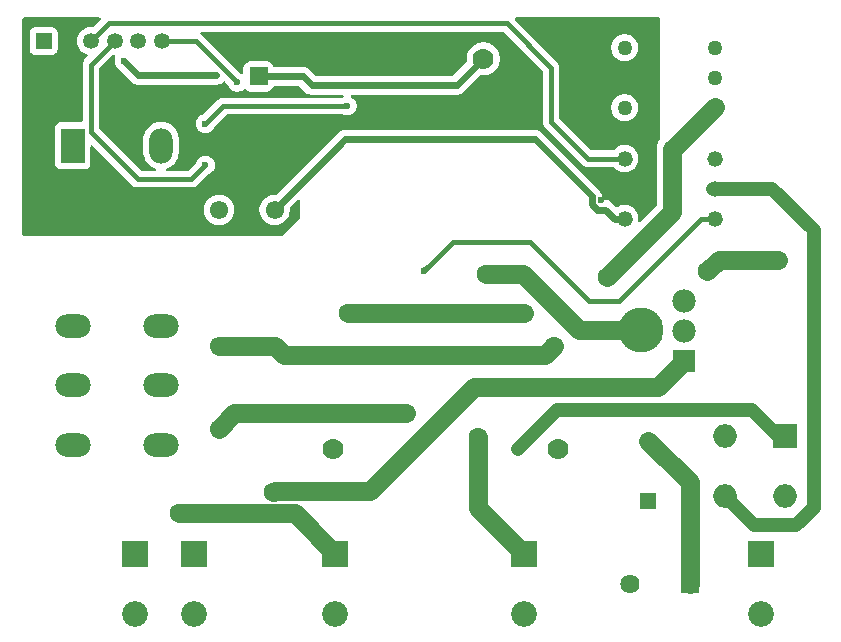
<source format=gbr>
%TF.GenerationSoftware,KiCad,Pcbnew,9.0.6-9.0.6~ubuntu24.04.1*%
%TF.CreationDate,2025-12-21T14:01:53+01:00*%
%TF.ProjectId,hv_board,68765f62-6f61-4726-942e-6b696361645f,rev?*%
%TF.SameCoordinates,Original*%
%TF.FileFunction,Copper,L2,Bot*%
%TF.FilePolarity,Positive*%
%FSLAX46Y46*%
G04 Gerber Fmt 4.6, Leading zero omitted, Abs format (unit mm)*
G04 Created by KiCad (PCBNEW 9.0.6-9.0.6~ubuntu24.04.1) date 2025-12-21 14:01:53*
%MOMM*%
%LPD*%
G01*
G04 APERTURE LIST*
G04 Aperture macros list*
%AMRoundRect*
0 Rectangle with rounded corners*
0 $1 Rounding radius*
0 $2 $3 $4 $5 $6 $7 $8 $9 X,Y pos of 4 corners*
0 Add a 4 corners polygon primitive as box body*
4,1,4,$2,$3,$4,$5,$6,$7,$8,$9,$2,$3,0*
0 Add four circle primitives for the rounded corners*
1,1,$1+$1,$2,$3*
1,1,$1+$1,$4,$5*
1,1,$1+$1,$6,$7*
1,1,$1+$1,$8,$9*
0 Add four rect primitives between the rounded corners*
20,1,$1+$1,$2,$3,$4,$5,0*
20,1,$1+$1,$4,$5,$6,$7,0*
20,1,$1+$1,$6,$7,$8,$9,0*
20,1,$1+$1,$8,$9,$2,$3,0*%
G04 Aperture macros list end*
%TA.AperFunction,ComponentPad*%
%ADD10C,1.549400*%
%TD*%
%TA.AperFunction,ComponentPad*%
%ADD11C,1.320800*%
%TD*%
%TA.AperFunction,ComponentPad*%
%ADD12R,1.625600X1.625600*%
%TD*%
%TA.AperFunction,ComponentPad*%
%ADD13C,1.625600*%
%TD*%
%TA.AperFunction,ComponentPad*%
%ADD14R,2.000000X2.000000*%
%TD*%
%TA.AperFunction,ComponentPad*%
%ADD15O,2.000000X2.000000*%
%TD*%
%TA.AperFunction,ComponentPad*%
%ADD16C,3.810000*%
%TD*%
%TA.AperFunction,ComponentPad*%
%ADD17C,1.270000*%
%TD*%
%TA.AperFunction,ComponentPad*%
%ADD18R,2.175000X2.175000*%
%TD*%
%TA.AperFunction,ComponentPad*%
%ADD19C,2.175000*%
%TD*%
%TA.AperFunction,ComponentPad*%
%ADD20O,3.000000X2.000000*%
%TD*%
%TA.AperFunction,ComponentPad*%
%ADD21R,2.000000X3.000000*%
%TD*%
%TA.AperFunction,ComponentPad*%
%ADD22O,2.000000X3.000000*%
%TD*%
%TA.AperFunction,ComponentPad*%
%ADD23R,1.980000X1.980000*%
%TD*%
%TA.AperFunction,ComponentPad*%
%ADD24C,1.980000*%
%TD*%
%TA.AperFunction,ComponentPad*%
%ADD25RoundRect,0.250000X0.550000X-0.550000X0.550000X0.550000X-0.550000X0.550000X-0.550000X-0.550000X0*%
%TD*%
%TA.AperFunction,ComponentPad*%
%ADD26C,1.600000*%
%TD*%
%TA.AperFunction,ComponentPad*%
%ADD27C,1.778000*%
%TD*%
%TA.AperFunction,ComponentPad*%
%ADD28R,1.473200X1.473200*%
%TD*%
%TA.AperFunction,ComponentPad*%
%ADD29C,1.473200*%
%TD*%
%TA.AperFunction,ComponentPad*%
%ADD30R,1.350000X1.350000*%
%TD*%
%TA.AperFunction,ComponentPad*%
%ADD31C,1.350000*%
%TD*%
%TA.AperFunction,ViaPad*%
%ADD32C,0.600000*%
%TD*%
%TA.AperFunction,ViaPad*%
%ADD33C,1.600000*%
%TD*%
%TA.AperFunction,ViaPad*%
%ADD34C,1.200000*%
%TD*%
%TA.AperFunction,Conductor*%
%ADD35C,0.600000*%
%TD*%
%TA.AperFunction,Conductor*%
%ADD36C,1.600000*%
%TD*%
%TA.AperFunction,Conductor*%
%ADD37C,1.200000*%
%TD*%
%TA.AperFunction,Conductor*%
%ADD38C,0.400000*%
%TD*%
G04 APERTURE END LIST*
D10*
%TO.P,U2,1,1*%
%TO.N,COFFEE_RELAY_L*%
X131649500Y-87309100D03*
%TO.P,U2,2,2*%
%TO.N,230V_L*%
X131649500Y-80298700D03*
%TO.P,U2,3,3*%
%TO.N,12V*%
X136349500Y-68792500D03*
%TO.P,U2,4,4*%
%TO.N,Net-(Q2-D)*%
X131650500Y-68792500D03*
%TD*%
D11*
%TO.P,U5,1*%
%TO.N,Net-(R7-Pad2)*%
X173610000Y-69540000D03*
%TO.P,U5,2*%
%TO.N,Net-(D1--)*%
X173610000Y-67000000D03*
%TO.P,U5,3*%
%TO.N,unconnected-(U5-Pad3)*%
X173610000Y-64460000D03*
%TO.P,U5,4*%
%TO.N,PIN3*%
X165990000Y-64460000D03*
%TO.P,U5,5*%
%TO.N,GND*%
X165990000Y-67000000D03*
%TO.P,U5,6*%
%TO.N,12V*%
X165990000Y-69540000D03*
%TD*%
D12*
%TO.P,F1,1,1*%
%TO.N,230V_L*%
X171500000Y-100500000D03*
D13*
%TO.P,F1,2,2*%
%TO.N,Net-(U1-ACL)*%
X166420000Y-100500000D03*
%TD*%
D14*
%TO.P,D1,1,+*%
%TO.N,Net-(D1-+)*%
X179545000Y-87975000D03*
D15*
%TO.P,D1,2*%
%TO.N,Net-(D1-Pad2)*%
X174465000Y-87975000D03*
%TO.P,D1,3,-*%
%TO.N,Net-(D1--)*%
X174465000Y-93055000D03*
%TO.P,D1,4*%
%TO.N,Net-(D1-Pad4)*%
X179545000Y-93055000D03*
%TD*%
D16*
%TO.P,H1,1,1*%
%TO.N,COFFEE_RELAY_L*%
X167400000Y-79000000D03*
%TD*%
D17*
%TO.P,U7,1*%
%TO.N,Net-(R8-Pad2)*%
X165990000Y-55060000D03*
%TO.P,U7,2*%
%TO.N,GND*%
X165990000Y-57600000D03*
%TO.P,U7,3,NC*%
%TO.N,unconnected-(U7-NC-Pad3)*%
X165990000Y-60140000D03*
%TO.P,U7,4*%
%TO.N,Net-(Q3-G)*%
X173610000Y-60140000D03*
%TO.P,U7,5,NC*%
%TO.N,unconnected-(U7-NC-Pad5)*%
X173610000Y-57600000D03*
%TO.P,U7,6*%
%TO.N,Net-(R9-Pad1)*%
X173610000Y-55060000D03*
%TD*%
D18*
%TO.P,FA1,1,1*%
%TO.N,Net-(F2-Pad1)*%
X177500000Y-97900000D03*
D19*
%TO.P,FA1,2,2*%
X177500000Y-103000000D03*
%TD*%
D18*
%TO.P,FA11,1,1*%
%TO.N,Net-(FA11-Pad1)*%
X124500000Y-97900000D03*
D19*
%TO.P,FA11,2,2*%
X124500000Y-103000000D03*
%TD*%
D20*
%TO.P,K1,11*%
%TO.N,230V_L*%
X126750000Y-83650000D03*
X119250000Y-83650000D03*
%TO.P,K1,12*%
%TO.N,unconnected-(K1-Pad12)*%
X126750000Y-78610000D03*
X119250000Y-78610000D03*
%TO.P,K1,14*%
%TO.N,Net-(FA11-Pad1)*%
X126750000Y-88690000D03*
X119250000Y-88690000D03*
D21*
%TO.P,K1,A1*%
%TO.N,Net-(Q1-D)*%
X119250000Y-63350000D03*
D22*
%TO.P,K1,A2*%
%TO.N,12V*%
X126750000Y-63350000D03*
%TD*%
D18*
%TO.P,FA4,1,1*%
%TO.N,230V_N*%
X157500000Y-97900000D03*
D19*
%TO.P,FA4,2,2*%
X157500000Y-103000000D03*
%TD*%
D23*
%TO.P,Q3,1,A1*%
%TO.N,Net-(Q3-A1)*%
X171000000Y-81600000D03*
D24*
%TO.P,Q3,2,A2*%
%TO.N,COFFEE_RELAY_L*%
X171000000Y-79050000D03*
%TO.P,Q3,3,G*%
%TO.N,Net-(Q3-G)*%
X171000000Y-76500000D03*
%TD*%
D18*
%TO.P,FA10,1,1*%
%TO.N,Net-(Q3-A1)*%
X129500000Y-97900000D03*
D19*
%TO.P,FA10,2,2*%
X129500000Y-103000000D03*
%TD*%
D25*
%TO.P,C3,1*%
%TO.N,Net-(U1-+VOUT)*%
X135000000Y-57500000D03*
D26*
%TO.P,C3,2*%
%TO.N,GND*%
X135000000Y-55000000D03*
%TD*%
D18*
%TO.P,FA7,1,1*%
%TO.N,COFFEE_RELAY_L*%
X141500000Y-97900000D03*
D19*
%TO.P,FA7,2,2*%
X141500000Y-103000000D03*
%TD*%
D27*
%TO.P,U1,1,ACN*%
%TO.N,230V_N*%
X141340000Y-89010000D03*
%TO.P,U1,2,ACL*%
%TO.N,Net-(U1-ACL)*%
X160390000Y-89010000D03*
%TO.P,U1,3,-VOUT*%
%TO.N,GND*%
X141340000Y-55990000D03*
%TO.P,U1,4,+VOUT*%
%TO.N,Net-(U1-+VOUT)*%
X154040000Y-55990000D03*
%TD*%
D28*
%TO.P,F2,1,1*%
%TO.N,Net-(F2-Pad1)*%
X168000000Y-93405000D03*
D29*
%TO.P,F2,2,2*%
%TO.N,230V_L*%
X168000000Y-88325000D03*
%TD*%
D30*
%TO.P,J6,1,Pin_1*%
%TO.N,12V*%
X116800000Y-54500000D03*
D31*
%TO.P,J6,2,Pin_2*%
%TO.N,GND*%
X118800000Y-54500000D03*
%TO.P,J6,3,Pin_3*%
%TO.N,PIN3*%
X120800000Y-54500000D03*
%TO.P,J6,4,Pin_4*%
%TO.N,PIN4*%
X122800000Y-54500000D03*
%TO.P,J6,5,Pin_5*%
%TO.N,PIN5*%
X124800000Y-54500000D03*
%TO.P,J6,6,Pin_6*%
%TO.N,PIN6*%
X126800000Y-54500000D03*
%TD*%
D32*
%TO.N,GND*%
X119500000Y-68000000D03*
X123502872Y-68000000D03*
X164000000Y-68000000D03*
X122000000Y-60600000D03*
X168000000Y-68000000D03*
%TO.N,Net-(U1-+VOUT)*%
X131400000Y-57400000D03*
X123600000Y-56200000D03*
D33*
%TO.N,230V_L*%
X179000000Y-73000000D03*
X160000000Y-80300000D03*
X173000000Y-74000000D03*
%TO.N,230V_N*%
X142610000Y-77500000D03*
X153600000Y-88000000D03*
X157500000Y-77500000D03*
%TO.N,COFFEE_RELAY_L*%
X128250000Y-94500000D03*
X154250000Y-74250000D03*
X147500000Y-86000000D03*
D34*
%TO.N,Net-(D1-+)*%
X157000000Y-89000000D03*
D32*
%TO.N,PIN6*%
X133200000Y-58000000D03*
D33*
%TO.N,Net-(Q3-A1)*%
X136200000Y-92700000D03*
D32*
%TO.N,Net-(R7-Pad2)*%
X149000000Y-74000000D03*
%TO.N,Net-(R8-Pad2)*%
X142500000Y-60000000D03*
X130500000Y-61500000D03*
D33*
%TO.N,Net-(Q3-G)*%
X164500000Y-74500000D03*
D32*
%TO.N,PIN4*%
X130500000Y-65000000D03*
%TD*%
D35*
%TO.N,Net-(U1-+VOUT)*%
X138750000Y-57500000D02*
X139500000Y-58250000D01*
X124800000Y-57400000D02*
X131400000Y-57400000D01*
X139500000Y-58250000D02*
X151780000Y-58250000D01*
X151780000Y-58250000D02*
X154030029Y-55999971D01*
X123600000Y-56200000D02*
X124800000Y-57400000D01*
X135000000Y-57500000D02*
X138750000Y-57500000D01*
D36*
%TO.N,230V_L*%
X171500000Y-91825000D02*
X168000000Y-88325000D01*
X137124200Y-81073400D02*
X159226600Y-81073400D01*
X136349500Y-80298700D02*
X137124200Y-81073400D01*
X131649500Y-80298700D02*
X136349500Y-80298700D01*
X179000000Y-73000000D02*
X174000000Y-73000000D01*
X171500000Y-100500000D02*
X171500000Y-91825000D01*
X174000000Y-73000000D02*
X173000000Y-74000000D01*
X159226600Y-81073400D02*
X160000000Y-80300000D01*
%TO.N,230V_N*%
X142610000Y-77500000D02*
X157500000Y-77500000D01*
X153600000Y-94000000D02*
X157500000Y-97900000D01*
X153600000Y-88000000D02*
X153600000Y-94000000D01*
%TO.N,COFFEE_RELAY_L*%
X138100000Y-94500000D02*
X141500000Y-97900000D01*
X157362684Y-74250000D02*
X162112684Y-79000000D01*
X162112684Y-79000000D02*
X167400000Y-79000000D01*
X128250000Y-94500000D02*
X138100000Y-94500000D01*
X157362684Y-74250000D02*
X154250000Y-74250000D01*
X131649500Y-87309100D02*
X132958600Y-86000000D01*
X132958600Y-86000000D02*
X147500000Y-86000000D01*
D37*
%TO.N,Net-(D1-+)*%
X160250000Y-85750000D02*
X157000000Y-89000000D01*
X179545000Y-87975000D02*
X178975000Y-87975000D01*
X176750000Y-85750000D02*
X163250000Y-85750000D01*
X163250000Y-85750000D02*
X160250000Y-85750000D01*
X178975000Y-87975000D02*
X177000000Y-86000000D01*
X177000000Y-86000000D02*
X176750000Y-85750000D01*
%TO.N,Net-(D1--)*%
X182000000Y-94000000D02*
X182000000Y-93500000D01*
X173500000Y-67000000D02*
X178500000Y-67000000D01*
X182000000Y-70500000D02*
X182000000Y-78000000D01*
X182000000Y-78000000D02*
X182000000Y-93500000D01*
X174465000Y-93055000D02*
X176910000Y-95500000D01*
X178500000Y-67000000D02*
X182000000Y-70500000D01*
X180500000Y-95500000D02*
X182000000Y-94000000D01*
X176910000Y-95500000D02*
X180500000Y-95500000D01*
D38*
%TO.N,PIN6*%
X133200000Y-58000000D02*
X129700000Y-54500000D01*
X129700000Y-54500000D02*
X126800000Y-54500000D01*
D36*
%TO.N,Net-(Q3-A1)*%
X144400000Y-92600000D02*
X153200000Y-83800000D01*
X168800000Y-83800000D02*
X171000000Y-81600000D01*
X136299000Y-92700000D02*
X136399000Y-92600000D01*
X136399000Y-92600000D02*
X144400000Y-92600000D01*
X136200000Y-92700000D02*
X136299000Y-92700000D01*
X153200000Y-83800000D02*
X168800000Y-83800000D01*
D38*
%TO.N,Net-(R7-Pad2)*%
X163001000Y-76501000D02*
X158000000Y-71500000D01*
X165499000Y-76501000D02*
X163001000Y-76501000D01*
X165499000Y-76501000D02*
X172460000Y-69540000D01*
X151500000Y-71500000D02*
X149000000Y-74000000D01*
X172460000Y-69540000D02*
X173610000Y-69540000D01*
X158000000Y-71500000D02*
X151500000Y-71500000D01*
%TO.N,Net-(R8-Pad2)*%
X142500000Y-60000000D02*
X132000000Y-60000000D01*
X132000000Y-60000000D02*
X130500000Y-61500000D01*
D35*
%TO.N,12V*%
X163233607Y-67633607D02*
X158400000Y-62800000D01*
X163199000Y-68331786D02*
X163199000Y-67668214D01*
X163199000Y-67668214D02*
X163233607Y-67633607D01*
X163668214Y-68801000D02*
X163199000Y-68331786D01*
X165140000Y-69540000D02*
X164366393Y-68766393D01*
X164331786Y-68801000D02*
X163668214Y-68801000D01*
X158400000Y-62800000D02*
X142342000Y-62800000D01*
X165990000Y-69540000D02*
X165140000Y-69540000D01*
X164366393Y-68766393D02*
X164331786Y-68801000D01*
X142342000Y-62800000D02*
X136349500Y-68792500D01*
D36*
%TO.N,Net-(Q3-G)*%
X170000000Y-63600000D02*
X170090000Y-63600000D01*
X164500000Y-74500000D02*
X170000000Y-69000000D01*
X170000000Y-69000000D02*
X170000000Y-63600000D01*
X170090000Y-63600000D02*
X173610000Y-60080000D01*
D38*
%TO.N,PIN3*%
X156000000Y-53000000D02*
X159750000Y-56750000D01*
X159750000Y-61350000D02*
X162860000Y-64460000D01*
X120800000Y-54500000D02*
X122300000Y-53000000D01*
X162860000Y-64460000D02*
X165990000Y-64460000D01*
X159750000Y-56750000D02*
X159750000Y-61350000D01*
X122300000Y-53000000D02*
X156000000Y-53000000D01*
%TO.N,PIN4*%
X129300000Y-66200000D02*
X124800000Y-66200000D01*
X120800000Y-62200000D02*
X120800000Y-56500000D01*
X124800000Y-66200000D02*
X120800000Y-62200000D01*
X130500000Y-65000000D02*
X129300000Y-66200000D01*
X120800000Y-56500000D02*
X122800000Y-54500000D01*
%TD*%
%TA.AperFunction,Conductor*%
%TO.N,GND*%
G36*
X121576521Y-52520185D02*
G01*
X121622276Y-52572989D01*
X121632220Y-52642147D01*
X121603195Y-52705703D01*
X121597163Y-52712181D01*
X121016895Y-53292447D01*
X120955572Y-53325932D01*
X120909819Y-53327240D01*
X120892517Y-53324500D01*
X120892514Y-53324500D01*
X120707486Y-53324500D01*
X120667028Y-53330908D01*
X120524734Y-53353445D01*
X120348767Y-53410619D01*
X120348764Y-53410620D01*
X120183903Y-53494622D01*
X120098499Y-53556672D01*
X120034213Y-53603379D01*
X120034211Y-53603381D01*
X120034210Y-53603381D01*
X119903381Y-53734210D01*
X119903381Y-53734211D01*
X119903379Y-53734213D01*
X119872199Y-53777129D01*
X119794622Y-53883903D01*
X119710620Y-54048764D01*
X119710619Y-54048767D01*
X119653445Y-54224734D01*
X119624500Y-54407486D01*
X119624500Y-54592513D01*
X119653445Y-54775265D01*
X119710619Y-54951232D01*
X119710620Y-54951235D01*
X119778676Y-55084801D01*
X119794622Y-55116096D01*
X119903379Y-55265787D01*
X120034213Y-55396621D01*
X120183904Y-55505378D01*
X120237224Y-55532546D01*
X120348764Y-55589379D01*
X120348767Y-55589380D01*
X120436485Y-55617881D01*
X120494160Y-55657318D01*
X120521359Y-55721677D01*
X120509445Y-55790523D01*
X120485848Y-55823493D01*
X120255887Y-56053454D01*
X120179222Y-56168192D01*
X120126421Y-56295667D01*
X120126418Y-56295679D01*
X120100521Y-56425872D01*
X120100520Y-56425877D01*
X120099501Y-56430996D01*
X120099500Y-56431011D01*
X120099500Y-61225500D01*
X120079815Y-61292539D01*
X120027011Y-61338294D01*
X119975500Y-61349500D01*
X118202129Y-61349500D01*
X118202123Y-61349501D01*
X118142516Y-61355908D01*
X118007671Y-61406202D01*
X118007664Y-61406206D01*
X117892455Y-61492452D01*
X117892452Y-61492455D01*
X117806206Y-61607664D01*
X117806202Y-61607671D01*
X117755908Y-61742517D01*
X117749501Y-61802116D01*
X117749500Y-61802135D01*
X117749500Y-64897870D01*
X117749501Y-64897876D01*
X117755908Y-64957483D01*
X117806202Y-65092328D01*
X117806206Y-65092335D01*
X117892452Y-65207544D01*
X117892455Y-65207547D01*
X118007664Y-65293793D01*
X118007671Y-65293797D01*
X118142517Y-65344091D01*
X118142516Y-65344091D01*
X118149444Y-65344835D01*
X118202127Y-65350500D01*
X120297872Y-65350499D01*
X120357483Y-65344091D01*
X120492331Y-65293796D01*
X120607546Y-65207546D01*
X120693796Y-65092331D01*
X120744091Y-64957483D01*
X120750500Y-64897873D01*
X120750499Y-63440517D01*
X120770184Y-63373479D01*
X120822987Y-63327724D01*
X120892146Y-63317780D01*
X120955702Y-63346805D01*
X120962180Y-63352837D01*
X124353453Y-66744111D01*
X124353454Y-66744112D01*
X124468190Y-66820776D01*
X124566790Y-66861617D01*
X124595671Y-66873580D01*
X124595672Y-66873580D01*
X124595677Y-66873582D01*
X124622545Y-66878925D01*
X124622551Y-66878926D01*
X124622591Y-66878934D01*
X124712937Y-66896905D01*
X124731006Y-66900500D01*
X124731007Y-66900500D01*
X129368996Y-66900500D01*
X129477457Y-66878925D01*
X129504328Y-66873580D01*
X129568069Y-66847177D01*
X129631807Y-66820777D01*
X129631808Y-66820776D01*
X129631811Y-66820775D01*
X129746543Y-66744114D01*
X130694586Y-65796069D01*
X130734810Y-65769192D01*
X130789435Y-65746566D01*
X130879173Y-65709397D01*
X130879176Y-65709395D01*
X130879179Y-65709394D01*
X131010289Y-65621789D01*
X131121789Y-65510289D01*
X131209394Y-65379179D01*
X131269737Y-65233497D01*
X131300500Y-65078842D01*
X131300500Y-64921158D01*
X131300500Y-64921155D01*
X131300499Y-64921153D01*
X131295868Y-64897870D01*
X131269737Y-64766503D01*
X131215861Y-64636433D01*
X131209397Y-64620827D01*
X131209390Y-64620814D01*
X131121789Y-64489711D01*
X131121786Y-64489707D01*
X131010292Y-64378213D01*
X131010288Y-64378210D01*
X130879185Y-64290609D01*
X130879172Y-64290602D01*
X130733501Y-64230264D01*
X130733489Y-64230261D01*
X130578845Y-64199500D01*
X130578842Y-64199500D01*
X130421158Y-64199500D01*
X130421155Y-64199500D01*
X130266510Y-64230261D01*
X130266498Y-64230264D01*
X130120827Y-64290602D01*
X130120814Y-64290609D01*
X129989711Y-64378210D01*
X129989707Y-64378213D01*
X129878213Y-64489707D01*
X129878210Y-64489711D01*
X129790609Y-64620814D01*
X129790604Y-64620823D01*
X129730809Y-64765184D01*
X129703929Y-64805412D01*
X129046162Y-65463181D01*
X128984839Y-65496666D01*
X128958481Y-65499500D01*
X127311986Y-65499500D01*
X127244947Y-65479815D01*
X127199192Y-65427011D01*
X127189248Y-65357853D01*
X127218273Y-65294297D01*
X127273665Y-65257569D01*
X127325992Y-65240568D01*
X127536433Y-65133343D01*
X127727510Y-64994517D01*
X127894517Y-64827510D01*
X128033343Y-64636433D01*
X128140568Y-64425992D01*
X128213553Y-64201368D01*
X128243171Y-64014369D01*
X128250500Y-63968097D01*
X128250500Y-62731902D01*
X128213553Y-62498631D01*
X128140566Y-62274003D01*
X128084002Y-62162991D01*
X128033343Y-62063567D01*
X127894517Y-61872490D01*
X127727510Y-61705483D01*
X127536433Y-61566657D01*
X127512224Y-61554322D01*
X127325996Y-61459433D01*
X127101368Y-61386446D01*
X126868097Y-61349500D01*
X126868092Y-61349500D01*
X126631908Y-61349500D01*
X126631903Y-61349500D01*
X126398631Y-61386446D01*
X126174003Y-61459433D01*
X125963566Y-61566657D01*
X125907119Y-61607669D01*
X125772490Y-61705483D01*
X125772488Y-61705485D01*
X125772487Y-61705485D01*
X125605485Y-61872487D01*
X125605485Y-61872488D01*
X125605483Y-61872490D01*
X125551957Y-61946162D01*
X125466657Y-62063566D01*
X125359433Y-62274003D01*
X125286446Y-62498631D01*
X125249500Y-62731902D01*
X125249500Y-63968097D01*
X125286446Y-64201368D01*
X125359433Y-64425996D01*
X125423315Y-64551370D01*
X125466657Y-64636433D01*
X125605483Y-64827510D01*
X125772490Y-64994517D01*
X125963567Y-65133343D01*
X126016866Y-65160500D01*
X126174003Y-65240566D01*
X126174005Y-65240566D01*
X126174008Y-65240568D01*
X126226334Y-65257569D01*
X126284008Y-65297007D01*
X126311206Y-65361366D01*
X126299291Y-65430212D01*
X126252047Y-65481688D01*
X126188014Y-65499500D01*
X125141519Y-65499500D01*
X125074480Y-65479815D01*
X125053838Y-65463181D01*
X121536819Y-61946162D01*
X121503334Y-61884839D01*
X121500500Y-61858481D01*
X121500500Y-56841518D01*
X121520185Y-56774479D01*
X121536814Y-56753841D01*
X122583106Y-55707549D01*
X122612383Y-55691562D01*
X122641257Y-55674799D01*
X122643235Y-55674716D01*
X122644427Y-55674066D01*
X122676383Y-55671358D01*
X122683314Y-55671671D01*
X122707486Y-55675500D01*
X122768031Y-55675500D01*
X122770819Y-55675626D01*
X122801326Y-55686101D01*
X122832260Y-55695185D01*
X122834158Y-55697375D01*
X122836902Y-55698318D01*
X122856903Y-55723625D01*
X122878015Y-55747989D01*
X122878427Y-55750858D01*
X122880226Y-55753134D01*
X122883369Y-55785230D01*
X122887959Y-55817147D01*
X122886880Y-55821076D01*
X122887037Y-55822670D01*
X122885760Y-55825161D01*
X122879782Y-55846952D01*
X122830264Y-55966498D01*
X122830261Y-55966510D01*
X122799500Y-56121153D01*
X122799500Y-56278846D01*
X122830261Y-56433489D01*
X122830264Y-56433501D01*
X122890602Y-56579172D01*
X122890609Y-56579185D01*
X122978210Y-56710288D01*
X122978213Y-56710292D01*
X124173870Y-57905947D01*
X124173891Y-57905970D01*
X124289707Y-58021786D01*
X124289711Y-58021789D01*
X124420814Y-58109390D01*
X124420827Y-58109397D01*
X124566498Y-58169735D01*
X124566503Y-58169737D01*
X124566507Y-58169737D01*
X124566508Y-58169738D01*
X124721154Y-58200500D01*
X124721157Y-58200500D01*
X131478844Y-58200500D01*
X131478845Y-58200499D01*
X131633497Y-58169737D01*
X131779179Y-58109394D01*
X131910289Y-58021789D01*
X131983031Y-57949046D01*
X132044352Y-57915563D01*
X132114044Y-57920547D01*
X132158392Y-57949048D01*
X132403927Y-58194583D01*
X132430807Y-58234812D01*
X132490602Y-58379172D01*
X132490609Y-58379185D01*
X132578210Y-58510288D01*
X132578213Y-58510292D01*
X132689707Y-58621786D01*
X132689711Y-58621789D01*
X132820814Y-58709390D01*
X132820827Y-58709397D01*
X132943693Y-58760289D01*
X132966503Y-58769737D01*
X133121148Y-58800498D01*
X133121153Y-58800499D01*
X133121156Y-58800500D01*
X133121158Y-58800500D01*
X133278844Y-58800500D01*
X133278845Y-58800499D01*
X133433497Y-58769737D01*
X133579179Y-58709394D01*
X133710289Y-58621789D01*
X133747673Y-58584405D01*
X133808995Y-58550919D01*
X133878687Y-58555903D01*
X133923036Y-58584404D01*
X133981344Y-58642712D01*
X134130666Y-58734814D01*
X134297203Y-58789999D01*
X134399991Y-58800500D01*
X135600008Y-58800499D01*
X135702797Y-58789999D01*
X135869334Y-58734814D01*
X136018656Y-58642712D01*
X136142712Y-58518656D01*
X136234814Y-58369334D01*
X136234814Y-58369332D01*
X136238605Y-58363187D01*
X136240399Y-58364293D01*
X136279687Y-58319663D01*
X136345908Y-58300500D01*
X138367060Y-58300500D01*
X138434099Y-58320185D01*
X138454741Y-58336819D01*
X138878211Y-58760289D01*
X138989708Y-58871786D01*
X138989712Y-58871790D01*
X139120814Y-58959390D01*
X139120827Y-58959397D01*
X139229717Y-59004500D01*
X139266503Y-59019737D01*
X139266507Y-59019737D01*
X139266508Y-59019738D01*
X139421154Y-59050500D01*
X142077099Y-59050500D01*
X142087918Y-59053676D01*
X142099130Y-59052473D01*
X142120842Y-59063344D01*
X142144138Y-59070185D01*
X142151521Y-59078706D01*
X142161605Y-59083755D01*
X142173993Y-59104640D01*
X142189893Y-59122989D01*
X142191497Y-59134148D01*
X142197251Y-59143848D01*
X142196381Y-59168114D01*
X142199837Y-59192147D01*
X142195152Y-59202403D01*
X142194749Y-59213673D01*
X142180898Y-59233616D01*
X142170812Y-59255703D01*
X142160292Y-59263288D01*
X142154894Y-59271061D01*
X142124544Y-59289063D01*
X142122120Y-59290067D01*
X142074684Y-59299500D01*
X131931003Y-59299500D01*
X131822590Y-59321065D01*
X131822589Y-59321065D01*
X131809131Y-59323742D01*
X131795673Y-59326419D01*
X131795671Y-59326420D01*
X131742866Y-59348292D01*
X131742864Y-59348293D01*
X131742863Y-59348292D01*
X131668196Y-59379221D01*
X131668185Y-59379227D01*
X131647190Y-59393256D01*
X131636691Y-59400272D01*
X131636690Y-59400273D01*
X131553454Y-59455888D01*
X130305414Y-60703928D01*
X130265186Y-60730808D01*
X130120823Y-60790604D01*
X130120814Y-60790609D01*
X129989711Y-60878210D01*
X129989707Y-60878213D01*
X129878213Y-60989707D01*
X129878210Y-60989711D01*
X129790609Y-61120814D01*
X129790602Y-61120827D01*
X129730264Y-61266498D01*
X129730261Y-61266510D01*
X129699500Y-61421153D01*
X129699500Y-61578846D01*
X129730261Y-61733489D01*
X129730264Y-61733501D01*
X129790602Y-61879172D01*
X129790609Y-61879185D01*
X129878210Y-62010288D01*
X129878213Y-62010292D01*
X129989707Y-62121786D01*
X129989711Y-62121789D01*
X130120814Y-62209390D01*
X130120827Y-62209397D01*
X130266498Y-62269735D01*
X130266503Y-62269737D01*
X130421153Y-62300499D01*
X130421156Y-62300500D01*
X130421158Y-62300500D01*
X130578844Y-62300500D01*
X130578845Y-62300499D01*
X130733497Y-62269737D01*
X130879179Y-62209394D01*
X131010289Y-62121789D01*
X131121789Y-62010289D01*
X131209394Y-61879179D01*
X131212166Y-61872488D01*
X131269193Y-61734810D01*
X131296070Y-61694584D01*
X132253837Y-60736819D01*
X132315160Y-60703334D01*
X132341518Y-60700500D01*
X142074684Y-60700500D01*
X142122136Y-60709939D01*
X142266498Y-60769735D01*
X142266503Y-60769737D01*
X142421153Y-60800499D01*
X142421156Y-60800500D01*
X142421158Y-60800500D01*
X142578844Y-60800500D01*
X142578845Y-60800499D01*
X142733497Y-60769737D01*
X142879179Y-60709394D01*
X143010289Y-60621789D01*
X143121789Y-60510289D01*
X143209394Y-60379179D01*
X143269737Y-60233497D01*
X143300500Y-60078842D01*
X143300500Y-59921158D01*
X143300500Y-59921155D01*
X143300499Y-59921153D01*
X143291139Y-59874098D01*
X143269737Y-59766503D01*
X143243897Y-59704119D01*
X143209397Y-59620827D01*
X143209390Y-59620814D01*
X143121789Y-59489711D01*
X143121786Y-59489707D01*
X143010292Y-59378213D01*
X143010288Y-59378210D01*
X142879185Y-59290609D01*
X142879178Y-59290605D01*
X142875451Y-59289062D01*
X142821047Y-59245222D01*
X142798981Y-59178928D01*
X142816259Y-59111229D01*
X142867395Y-59063617D01*
X142922902Y-59050500D01*
X151858844Y-59050500D01*
X151858845Y-59050499D01*
X152013497Y-59019737D01*
X152159179Y-58959394D01*
X152290289Y-58871789D01*
X153758148Y-57403928D01*
X153819469Y-57370445D01*
X153865221Y-57369138D01*
X153930644Y-57379500D01*
X153930646Y-57379500D01*
X154149361Y-57379500D01*
X154254082Y-57362912D01*
X154365375Y-57345286D01*
X154573383Y-57277701D01*
X154768257Y-57178407D01*
X154924128Y-57065161D01*
X154945193Y-57049857D01*
X154945195Y-57049854D01*
X154945199Y-57049852D01*
X155099852Y-56895199D01*
X155099854Y-56895195D01*
X155099857Y-56895193D01*
X155171050Y-56797203D01*
X155228407Y-56718257D01*
X155327701Y-56523383D01*
X155395286Y-56315375D01*
X155414272Y-56195500D01*
X155429500Y-56099361D01*
X155429500Y-55880638D01*
X155408944Y-55750858D01*
X155395286Y-55664625D01*
X155343544Y-55505377D01*
X155327702Y-55456619D01*
X155327701Y-55456616D01*
X155261097Y-55325901D01*
X155228407Y-55261743D01*
X155200169Y-55222876D01*
X155099857Y-55084806D01*
X154945193Y-54930142D01*
X154768260Y-54801595D01*
X154768259Y-54801594D01*
X154768257Y-54801593D01*
X154705825Y-54769782D01*
X154573383Y-54702298D01*
X154573380Y-54702297D01*
X154365376Y-54634714D01*
X154149361Y-54600500D01*
X154149356Y-54600500D01*
X153930644Y-54600500D01*
X153930639Y-54600500D01*
X153714623Y-54634714D01*
X153506619Y-54702297D01*
X153506616Y-54702298D01*
X153311739Y-54801595D01*
X153134806Y-54930142D01*
X152980142Y-55084806D01*
X152851595Y-55261739D01*
X152752298Y-55456616D01*
X152752297Y-55456619D01*
X152684714Y-55664623D01*
X152650500Y-55880638D01*
X152650500Y-56099361D01*
X152660860Y-56164774D01*
X152651905Y-56234067D01*
X152626068Y-56271852D01*
X151484741Y-57413181D01*
X151423418Y-57446666D01*
X151397060Y-57449500D01*
X139882940Y-57449500D01*
X139815901Y-57429815D01*
X139795259Y-57413181D01*
X139260292Y-56878213D01*
X139260288Y-56878210D01*
X139129185Y-56790609D01*
X139129172Y-56790602D01*
X138983501Y-56730264D01*
X138983489Y-56730261D01*
X138828845Y-56699500D01*
X138828842Y-56699500D01*
X136345908Y-56699500D01*
X136278869Y-56679815D01*
X136240363Y-56635728D01*
X136238605Y-56636813D01*
X136234812Y-56630663D01*
X136142712Y-56481344D01*
X136018656Y-56357288D01*
X135891474Y-56278842D01*
X135869336Y-56265187D01*
X135869331Y-56265185D01*
X135867862Y-56264698D01*
X135702797Y-56210001D01*
X135702795Y-56210000D01*
X135600010Y-56199500D01*
X134399998Y-56199500D01*
X134399981Y-56199501D01*
X134297203Y-56210000D01*
X134297200Y-56210001D01*
X134130668Y-56265185D01*
X134130663Y-56265187D01*
X133981342Y-56357289D01*
X133857289Y-56481342D01*
X133765187Y-56630663D01*
X133765187Y-56630664D01*
X133765186Y-56630666D01*
X133710001Y-56797203D01*
X133710001Y-56797204D01*
X133710000Y-56797204D01*
X133699500Y-56899983D01*
X133699500Y-57154865D01*
X133690257Y-57186341D01*
X133682142Y-57218138D01*
X133680461Y-57219702D01*
X133679815Y-57221904D01*
X133655033Y-57243377D01*
X133631005Y-57265749D01*
X133628744Y-57266156D01*
X133627011Y-57267659D01*
X133594550Y-57272326D01*
X133562246Y-57278155D01*
X133559279Y-57277397D01*
X133557853Y-57277603D01*
X133528048Y-57269426D01*
X133434812Y-57230807D01*
X133394583Y-57203927D01*
X130146546Y-53955888D01*
X130146545Y-53955887D01*
X130104214Y-53927603D01*
X130059408Y-53873991D01*
X130050701Y-53804666D01*
X130080855Y-53741638D01*
X130140298Y-53704918D01*
X130173104Y-53700500D01*
X155658481Y-53700500D01*
X155725520Y-53720185D01*
X155746162Y-53736819D01*
X159013181Y-57003838D01*
X159046666Y-57065161D01*
X159049500Y-57091519D01*
X159049500Y-61281006D01*
X159049500Y-61418994D01*
X159049500Y-61418996D01*
X159049499Y-61418996D01*
X159076418Y-61554322D01*
X159076421Y-61554332D01*
X159129222Y-61681807D01*
X159205887Y-61796545D01*
X162413454Y-65004112D01*
X162528190Y-65080776D01*
X162626790Y-65121617D01*
X162655671Y-65133580D01*
X162655672Y-65133580D01*
X162655677Y-65133582D01*
X162682545Y-65138925D01*
X162682551Y-65138926D01*
X162682591Y-65138934D01*
X162772937Y-65156905D01*
X162791006Y-65160500D01*
X162791007Y-65160500D01*
X165000810Y-65160500D01*
X165067849Y-65180185D01*
X165101124Y-65211609D01*
X165104515Y-65216276D01*
X165233724Y-65345485D01*
X165381556Y-65452891D01*
X165544369Y-65535848D01*
X165718155Y-65592315D01*
X165785835Y-65603034D01*
X165898630Y-65620900D01*
X165898635Y-65620900D01*
X166081370Y-65620900D01*
X166181631Y-65605019D01*
X166261845Y-65592315D01*
X166435631Y-65535848D01*
X166598444Y-65452891D01*
X166746276Y-65345485D01*
X166875485Y-65216276D01*
X166982891Y-65068444D01*
X167065848Y-64905631D01*
X167122315Y-64731845D01*
X167137427Y-64636433D01*
X167150900Y-64551370D01*
X167150900Y-64368629D01*
X167128734Y-64228684D01*
X167122315Y-64188155D01*
X167065848Y-64014369D01*
X166982891Y-63851556D01*
X166875485Y-63703724D01*
X166746276Y-63574515D01*
X166598444Y-63467109D01*
X166435631Y-63384152D01*
X166261845Y-63327685D01*
X166261843Y-63327684D01*
X166261841Y-63327684D01*
X166081370Y-63299100D01*
X166081365Y-63299100D01*
X165898635Y-63299100D01*
X165898630Y-63299100D01*
X165718158Y-63327684D01*
X165544366Y-63384153D01*
X165381555Y-63467109D01*
X165233721Y-63574517D01*
X165104514Y-63703724D01*
X165101125Y-63708390D01*
X165045793Y-63751053D01*
X165000810Y-63759500D01*
X163201519Y-63759500D01*
X163134480Y-63739815D01*
X163113838Y-63723181D01*
X160486819Y-61096162D01*
X160453334Y-61034839D01*
X160450500Y-61008481D01*
X160450500Y-60050634D01*
X164854500Y-60050634D01*
X164854500Y-60229365D01*
X164882460Y-60405898D01*
X164882460Y-60405901D01*
X164937689Y-60575878D01*
X164937691Y-60575881D01*
X165018833Y-60735132D01*
X165123889Y-60879728D01*
X165250272Y-61006111D01*
X165394868Y-61111167D01*
X165554119Y-61192309D01*
X165554121Y-61192310D01*
X165712670Y-61243825D01*
X165724103Y-61247540D01*
X165900634Y-61275500D01*
X165900635Y-61275500D01*
X166079365Y-61275500D01*
X166079366Y-61275500D01*
X166255897Y-61247540D01*
X166255900Y-61247539D01*
X166255901Y-61247539D01*
X166425878Y-61192310D01*
X166425878Y-61192309D01*
X166425881Y-61192309D01*
X166585132Y-61111167D01*
X166729728Y-61006111D01*
X166856111Y-60879728D01*
X166961167Y-60735132D01*
X167042309Y-60575881D01*
X167063621Y-60510289D01*
X167097539Y-60405901D01*
X167097539Y-60405900D01*
X167097540Y-60405897D01*
X167125500Y-60229366D01*
X167125500Y-60050634D01*
X167097540Y-59874103D01*
X167097539Y-59874099D01*
X167097539Y-59874098D01*
X167042310Y-59704121D01*
X167042308Y-59704118D01*
X166999870Y-59620827D01*
X166961167Y-59544868D01*
X166856111Y-59400272D01*
X166729728Y-59273889D01*
X166585132Y-59168833D01*
X166425881Y-59087691D01*
X166425878Y-59087689D01*
X166255899Y-59032460D01*
X166138209Y-59013820D01*
X166079366Y-59004500D01*
X165900634Y-59004500D01*
X165841790Y-59013820D01*
X165724101Y-59032460D01*
X165724098Y-59032460D01*
X165554121Y-59087689D01*
X165554118Y-59087691D01*
X165394867Y-59168833D01*
X165250270Y-59273890D01*
X165123890Y-59400270D01*
X165018833Y-59544867D01*
X164937691Y-59704118D01*
X164937689Y-59704121D01*
X164882460Y-59874098D01*
X164882460Y-59874101D01*
X164854500Y-60050634D01*
X160450500Y-60050634D01*
X160450500Y-56681006D01*
X160440486Y-56630667D01*
X160440486Y-56630665D01*
X160429367Y-56574767D01*
X160423580Y-56545672D01*
X160370775Y-56418189D01*
X160294114Y-56303457D01*
X160294112Y-56303454D01*
X159044101Y-55053443D01*
X158961292Y-54970634D01*
X164854500Y-54970634D01*
X164854500Y-55149365D01*
X164882460Y-55325898D01*
X164882460Y-55325901D01*
X164937689Y-55495878D01*
X164937691Y-55495881D01*
X165018833Y-55655132D01*
X165123889Y-55799728D01*
X165250272Y-55926111D01*
X165394868Y-56031167D01*
X165554119Y-56112309D01*
X165554121Y-56112310D01*
X165581353Y-56121158D01*
X165724103Y-56167540D01*
X165900634Y-56195500D01*
X165900635Y-56195500D01*
X166079365Y-56195500D01*
X166079366Y-56195500D01*
X166255897Y-56167540D01*
X166255900Y-56167539D01*
X166255901Y-56167539D01*
X166425878Y-56112310D01*
X166425878Y-56112309D01*
X166425881Y-56112309D01*
X166585132Y-56031167D01*
X166729728Y-55926111D01*
X166856111Y-55799728D01*
X166961167Y-55655132D01*
X167042309Y-55495881D01*
X167067830Y-55417335D01*
X167097539Y-55325901D01*
X167097539Y-55325900D01*
X167097540Y-55325897D01*
X167125500Y-55149366D01*
X167125500Y-54970634D01*
X167097540Y-54794103D01*
X167097539Y-54794099D01*
X167097539Y-54794098D01*
X167042310Y-54624121D01*
X167042308Y-54624118D01*
X167030275Y-54600500D01*
X166961167Y-54464868D01*
X166856111Y-54320272D01*
X166729728Y-54193889D01*
X166585132Y-54088833D01*
X166425881Y-54007691D01*
X166425878Y-54007689D01*
X166255899Y-53952460D01*
X166098957Y-53927603D01*
X166079366Y-53924500D01*
X165900634Y-53924500D01*
X165881043Y-53927603D01*
X165724101Y-53952460D01*
X165724098Y-53952460D01*
X165554121Y-54007689D01*
X165554118Y-54007691D01*
X165394867Y-54088833D01*
X165250270Y-54193890D01*
X165123890Y-54320270D01*
X165018833Y-54464867D01*
X164937691Y-54624118D01*
X164937689Y-54624121D01*
X164882460Y-54794098D01*
X164882460Y-54794101D01*
X164854500Y-54970634D01*
X158961292Y-54970634D01*
X156702838Y-52712181D01*
X156669353Y-52650858D01*
X156674337Y-52581166D01*
X156716209Y-52525233D01*
X156781673Y-52500816D01*
X156790519Y-52500500D01*
X168876000Y-52500500D01*
X168943039Y-52520185D01*
X168988794Y-52572989D01*
X169000000Y-52624500D01*
X169000000Y-62723547D01*
X168980315Y-62790586D01*
X168976319Y-62796431D01*
X168887713Y-62918389D01*
X168887712Y-62918391D01*
X168794781Y-63100776D01*
X168731522Y-63295465D01*
X168699500Y-63497648D01*
X168699500Y-68409953D01*
X168679815Y-68476992D01*
X168663181Y-68497634D01*
X167349515Y-69811299D01*
X167288192Y-69844784D01*
X167218500Y-69839800D01*
X167162567Y-69797928D01*
X167138150Y-69732464D01*
X167139361Y-69704219D01*
X167150900Y-69631369D01*
X167150900Y-69448629D01*
X167122315Y-69268158D01*
X167122315Y-69268155D01*
X167065848Y-69094369D01*
X166982891Y-68931556D01*
X166875485Y-68783724D01*
X166746276Y-68654515D01*
X166598444Y-68547109D01*
X166435631Y-68464152D01*
X166261845Y-68407685D01*
X166261843Y-68407684D01*
X166261841Y-68407684D01*
X166081370Y-68379100D01*
X166081365Y-68379100D01*
X165898635Y-68379100D01*
X165898630Y-68379100D01*
X165718158Y-68407684D01*
X165544363Y-68464154D01*
X165394011Y-68540762D01*
X165325342Y-68553658D01*
X165260602Y-68527381D01*
X165250036Y-68517958D01*
X164876685Y-68144606D01*
X164876681Y-68144603D01*
X164745578Y-68057002D01*
X164745565Y-68056995D01*
X164722382Y-68047393D01*
X164722381Y-68047393D01*
X164599890Y-67996655D01*
X164599882Y-67996653D01*
X164445240Y-67965893D01*
X164445236Y-67965893D01*
X164287551Y-67965893D01*
X164287546Y-67965893D01*
X164153190Y-67992618D01*
X164083598Y-67986391D01*
X164028421Y-67943527D01*
X164005177Y-67877638D01*
X164007382Y-67846810D01*
X164034106Y-67712454D01*
X164034107Y-67712451D01*
X164034107Y-67554764D01*
X164034106Y-67554760D01*
X164003346Y-67400117D01*
X164003345Y-67400110D01*
X163943001Y-67254428D01*
X163942999Y-67254425D01*
X163942997Y-67254421D01*
X163855396Y-67123318D01*
X163855393Y-67123314D01*
X158910292Y-62178213D01*
X158910288Y-62178210D01*
X158779185Y-62090609D01*
X158779172Y-62090602D01*
X158633501Y-62030264D01*
X158633489Y-62030261D01*
X158478845Y-61999500D01*
X158478842Y-61999500D01*
X142420843Y-61999500D01*
X142263158Y-61999500D01*
X142263153Y-61999500D01*
X142108510Y-62030260D01*
X142108502Y-62030262D01*
X141962824Y-62090604D01*
X141962814Y-62090609D01*
X141831711Y-62178210D01*
X141831707Y-62178213D01*
X136528940Y-67480981D01*
X136467617Y-67514466D01*
X136441259Y-67517300D01*
X136249140Y-67517300D01*
X136183056Y-67527766D01*
X136050888Y-67548700D01*
X136050885Y-67548700D01*
X135859995Y-67610724D01*
X135681149Y-67701851D01*
X135588502Y-67769163D01*
X135518763Y-67819832D01*
X135518761Y-67819834D01*
X135518760Y-67819834D01*
X135376834Y-67961760D01*
X135376834Y-67961761D01*
X135376832Y-67961763D01*
X135349684Y-67999129D01*
X135258851Y-68124149D01*
X135167724Y-68302995D01*
X135105700Y-68493885D01*
X135105700Y-68493888D01*
X135074300Y-68692140D01*
X135074300Y-68892859D01*
X135105700Y-69091111D01*
X135105700Y-69091114D01*
X135167724Y-69282004D01*
X135167726Y-69282007D01*
X135258851Y-69460850D01*
X135376832Y-69623237D01*
X135518763Y-69765168D01*
X135681150Y-69883149D01*
X135859993Y-69974274D01*
X135859995Y-69974275D01*
X136050886Y-70036299D01*
X136050887Y-70036299D01*
X136050890Y-70036300D01*
X136249140Y-70067700D01*
X136249141Y-70067700D01*
X136449859Y-70067700D01*
X136449860Y-70067700D01*
X136648110Y-70036300D01*
X136648113Y-70036299D01*
X136648114Y-70036299D01*
X136839004Y-69974275D01*
X136839004Y-69974274D01*
X136839007Y-69974274D01*
X137017850Y-69883149D01*
X137180237Y-69765168D01*
X137322168Y-69623237D01*
X137440149Y-69460850D01*
X137531274Y-69282007D01*
X137564360Y-69180179D01*
X137593299Y-69091114D01*
X137593299Y-69091113D01*
X137593300Y-69091110D01*
X137624700Y-68892860D01*
X137624700Y-68700739D01*
X137644385Y-68633700D01*
X137661019Y-68613058D01*
X138288319Y-67985758D01*
X138349642Y-67952273D01*
X138419334Y-67957257D01*
X138475267Y-67999129D01*
X138499684Y-68064593D01*
X138500000Y-68073439D01*
X138500000Y-69448638D01*
X138480315Y-69515677D01*
X138463681Y-69536319D01*
X137036319Y-70963681D01*
X136974996Y-70997166D01*
X136948638Y-71000000D01*
X115124500Y-71000000D01*
X115057461Y-70980315D01*
X115011706Y-70927511D01*
X115000500Y-70876000D01*
X115000500Y-68692140D01*
X130375300Y-68692140D01*
X130375300Y-68892859D01*
X130406700Y-69091111D01*
X130406700Y-69091114D01*
X130468724Y-69282004D01*
X130468726Y-69282007D01*
X130559851Y-69460850D01*
X130677832Y-69623237D01*
X130819763Y-69765168D01*
X130982150Y-69883149D01*
X131160993Y-69974274D01*
X131160995Y-69974275D01*
X131351886Y-70036299D01*
X131351887Y-70036299D01*
X131351890Y-70036300D01*
X131550140Y-70067700D01*
X131550141Y-70067700D01*
X131750859Y-70067700D01*
X131750860Y-70067700D01*
X131949110Y-70036300D01*
X131949113Y-70036299D01*
X131949114Y-70036299D01*
X132140004Y-69974275D01*
X132140004Y-69974274D01*
X132140007Y-69974274D01*
X132318850Y-69883149D01*
X132481237Y-69765168D01*
X132623168Y-69623237D01*
X132741149Y-69460850D01*
X132832274Y-69282007D01*
X132865360Y-69180179D01*
X132894299Y-69091114D01*
X132894299Y-69091113D01*
X132894300Y-69091110D01*
X132925700Y-68892860D01*
X132925700Y-68692140D01*
X132894300Y-68493890D01*
X132894299Y-68493886D01*
X132894299Y-68493885D01*
X132832275Y-68302995D01*
X132806773Y-68252944D01*
X132741149Y-68124150D01*
X132623168Y-67961763D01*
X132481237Y-67819832D01*
X132318850Y-67701851D01*
X132140004Y-67610724D01*
X131949113Y-67548700D01*
X131787770Y-67523146D01*
X131750860Y-67517300D01*
X131550140Y-67517300D01*
X131484056Y-67527766D01*
X131351888Y-67548700D01*
X131351885Y-67548700D01*
X131160995Y-67610724D01*
X130982149Y-67701851D01*
X130889502Y-67769163D01*
X130819763Y-67819832D01*
X130819761Y-67819834D01*
X130819760Y-67819834D01*
X130677834Y-67961760D01*
X130677834Y-67961761D01*
X130677832Y-67961763D01*
X130650684Y-67999129D01*
X130559851Y-68124149D01*
X130468724Y-68302995D01*
X130406700Y-68493885D01*
X130406700Y-68493888D01*
X130375300Y-68692140D01*
X115000500Y-68692140D01*
X115000500Y-53777135D01*
X115624500Y-53777135D01*
X115624500Y-55222870D01*
X115624501Y-55222876D01*
X115630908Y-55282483D01*
X115681202Y-55417328D01*
X115681206Y-55417335D01*
X115767452Y-55532544D01*
X115767455Y-55532547D01*
X115882664Y-55618793D01*
X115882671Y-55618797D01*
X116017517Y-55669091D01*
X116017516Y-55669091D01*
X116024444Y-55669835D01*
X116077127Y-55675500D01*
X117522872Y-55675499D01*
X117582483Y-55669091D01*
X117717331Y-55618796D01*
X117832546Y-55532546D01*
X117918796Y-55417331D01*
X117969091Y-55282483D01*
X117975500Y-55222873D01*
X117975499Y-53777128D01*
X117969091Y-53717517D01*
X117926520Y-53603379D01*
X117918797Y-53582671D01*
X117918793Y-53582664D01*
X117832547Y-53467455D01*
X117832544Y-53467452D01*
X117717335Y-53381206D01*
X117717328Y-53381202D01*
X117582482Y-53330908D01*
X117582483Y-53330908D01*
X117522883Y-53324501D01*
X117522881Y-53324500D01*
X117522873Y-53324500D01*
X117522864Y-53324500D01*
X116077129Y-53324500D01*
X116077123Y-53324501D01*
X116017516Y-53330908D01*
X115882671Y-53381202D01*
X115882664Y-53381206D01*
X115767455Y-53467452D01*
X115767452Y-53467455D01*
X115681206Y-53582664D01*
X115681202Y-53582671D01*
X115630908Y-53717517D01*
X115624501Y-53777116D01*
X115624501Y-53777123D01*
X115624500Y-53777135D01*
X115000500Y-53777135D01*
X115000500Y-52624500D01*
X115020185Y-52557461D01*
X115072989Y-52511706D01*
X115124500Y-52500500D01*
X121509482Y-52500500D01*
X121576521Y-52520185D01*
G37*
%TD.AperFunction*%
%TD*%
%TA.AperFunction,Conductor*%
%TO.N,Net-(R7-Pad2)*%
G36*
X149285710Y-73445335D02*
G01*
X149554664Y-73714289D01*
X149558091Y-73722562D01*
X149555972Y-73729277D01*
X149255986Y-74157331D01*
X149248432Y-74162139D01*
X149239937Y-74160365D01*
X149001265Y-74002015D01*
X148997984Y-73998734D01*
X148839634Y-73760062D01*
X148837915Y-73751274D01*
X148842666Y-73744015D01*
X149270724Y-73444026D01*
X149279464Y-73442085D01*
X149285710Y-73445335D01*
G37*
%TD.AperFunction*%
%TD*%
M02*

</source>
